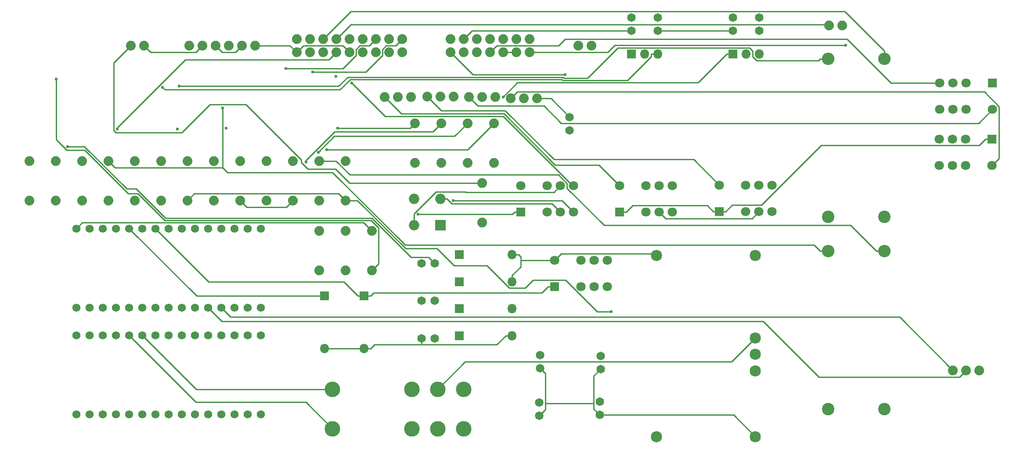
<source format=gbr>
G04 #@! TF.FileFunction,Copper,L3,Inr,Signal*
%FSLAX46Y46*%
G04 Gerber Fmt 4.6, Leading zero omitted, Abs format (unit mm)*
G04 Created by KiCad (PCBNEW 4.0.6) date 03/02/20 07:40:08*
%MOMM*%
%LPD*%
G01*
G04 APERTURE LIST*
%ADD10C,0.100000*%
%ADD11C,1.651000*%
%ADD12R,1.800000X1.800000*%
%ADD13O,1.800000X1.800000*%
%ADD14C,1.800000*%
%ADD15C,3.000000*%
%ADD16C,1.879600*%
%ADD17C,1.574800*%
%ADD18C,2.159000*%
%ADD19C,2.400000*%
%ADD20O,2.400000X2.400000*%
%ADD21O,2.000000X2.000000*%
%ADD22R,2.000000X2.000000*%
%ADD23C,0.600000*%
%ADD24C,0.250000*%
G04 APERTURE END LIST*
D10*
D11*
X107955000Y-86847300D03*
X105415000Y-86847300D03*
X107955000Y-94086300D03*
X105415000Y-94086300D03*
X107955000Y-101325000D03*
X105415000Y-101325000D03*
X150940000Y-41973500D03*
X150940000Y-39433500D03*
X145860000Y-41973500D03*
X145860000Y-39433500D03*
X165481000Y-41973500D03*
X165481000Y-39433500D03*
X170561000Y-41973500D03*
X170561000Y-39433500D03*
D12*
X86741000Y-93154500D03*
D13*
X86741000Y-103314500D03*
D12*
X94361000Y-93154500D03*
D13*
X94361000Y-103314500D03*
D14*
X124587000Y-71882000D03*
X129667000Y-71882000D03*
X132207000Y-71882000D03*
X134747000Y-71882000D03*
X134747000Y-76962000D03*
X132207000Y-76962000D03*
X129667000Y-76962000D03*
D12*
X124587000Y-76962000D03*
D14*
X131064000Y-86233000D03*
X136144000Y-86233000D03*
X138684000Y-86233000D03*
X141224000Y-86233000D03*
X141224000Y-91313000D03*
X138684000Y-91313000D03*
X136144000Y-91313000D03*
D12*
X131064000Y-91313000D03*
D15*
X88248500Y-111125000D03*
X88248500Y-118745000D03*
X108568500Y-111125000D03*
X113568500Y-118745000D03*
X103568500Y-118745000D03*
X103568500Y-111125000D03*
X108568500Y-118745000D03*
X113568500Y-111125000D03*
D16*
X98298000Y-54800500D03*
X100838000Y-54800500D03*
X103378000Y-54800500D03*
X106490000Y-54673500D03*
X109030000Y-54673500D03*
X111570000Y-54673500D03*
X114554000Y-54800500D03*
X117094000Y-54800500D03*
X119634000Y-54800500D03*
X122618000Y-55054500D03*
X125158000Y-55054500D03*
X127698000Y-55054500D03*
X34861500Y-74706600D03*
X34861500Y-67086600D03*
X39941500Y-74706600D03*
X39941500Y-67086600D03*
X45021500Y-74706600D03*
X45021500Y-67086600D03*
X50101500Y-74706600D03*
X50101500Y-67086600D03*
X55181500Y-74706600D03*
X55181500Y-67086600D03*
X60261500Y-74706600D03*
X60261500Y-67086600D03*
X104140000Y-67437000D03*
X104140000Y-59817000D03*
X109220000Y-67437000D03*
X109220000Y-59817000D03*
X114300000Y-67437000D03*
X114300000Y-59817000D03*
X119380000Y-67437000D03*
X119380000Y-59817000D03*
X65341500Y-74706600D03*
X65341500Y-67086600D03*
X70421500Y-74706600D03*
X70421500Y-67086600D03*
X75501500Y-74706600D03*
X75501500Y-67086600D03*
X80581500Y-74706600D03*
X80581500Y-67086600D03*
X85661500Y-74706600D03*
X85661500Y-67086600D03*
X90741500Y-74706600D03*
X90741500Y-67086600D03*
X85661500Y-88201500D03*
X85661500Y-80581500D03*
X90741500Y-88201500D03*
X90741500Y-80581500D03*
X95821500Y-88201500D03*
X95821500Y-80581500D03*
X117069000Y-78943200D03*
X117069000Y-71323200D03*
D17*
X74422000Y-95377000D03*
X74422000Y-80137000D03*
X71882000Y-95377000D03*
X71882000Y-80137000D03*
X69342000Y-95377000D03*
X69342000Y-80137000D03*
X66802000Y-95377000D03*
X66802000Y-80137000D03*
X64262000Y-95377000D03*
X64262000Y-80137000D03*
X61722000Y-95377000D03*
X61722000Y-80137000D03*
X59182000Y-95377000D03*
X59182000Y-80137000D03*
X56642000Y-95377000D03*
X56642000Y-80137000D03*
X54102000Y-95377000D03*
X54102000Y-80137000D03*
X51562000Y-95377000D03*
X51562000Y-80137000D03*
X49022000Y-95377000D03*
X49022000Y-80137000D03*
X46482000Y-95377000D03*
X46482000Y-80137000D03*
X43942000Y-95377000D03*
X43942000Y-80137000D03*
X41402000Y-95377000D03*
X41402000Y-80137000D03*
X38862000Y-95377000D03*
X38862000Y-80137000D03*
X74422000Y-115951000D03*
X74422000Y-100711000D03*
X71882000Y-115951000D03*
X71882000Y-100711000D03*
X69342000Y-115951000D03*
X69342000Y-100711000D03*
X66802000Y-115951000D03*
X66802000Y-100711000D03*
X64262000Y-115951000D03*
X64262000Y-100711000D03*
X61722000Y-115951000D03*
X61722000Y-100711000D03*
X59182000Y-115951000D03*
X59182000Y-100711000D03*
X56642000Y-115951000D03*
X56642000Y-100711000D03*
X54102000Y-115951000D03*
X54102000Y-100711000D03*
X51562000Y-115951000D03*
X51562000Y-100711000D03*
X49022000Y-115951000D03*
X49022000Y-100711000D03*
X46482000Y-115951000D03*
X46482000Y-100711000D03*
X43942000Y-115951000D03*
X43942000Y-100711000D03*
X41402000Y-115951000D03*
X41402000Y-100711000D03*
X38862000Y-115951000D03*
X38862000Y-100711000D03*
D12*
X145860000Y-46482000D03*
D13*
X148400000Y-46482000D03*
X150940000Y-46482000D03*
D12*
X165481000Y-46482000D03*
D13*
X168021000Y-46482000D03*
X170561000Y-46482000D03*
D18*
X150749000Y-120269000D03*
X169799000Y-120269000D03*
X169799000Y-107569000D03*
X169799000Y-104394000D03*
X169799000Y-101219000D03*
X169799000Y-85344000D03*
X150749000Y-85344000D03*
D16*
X60642500Y-44831000D03*
X63182500Y-44831000D03*
X65722500Y-44831000D03*
X68262500Y-44831000D03*
X70802500Y-44831000D03*
X73342500Y-44831000D03*
X81343500Y-46164500D03*
X81343500Y-43624500D03*
X83883500Y-46164500D03*
X83883500Y-43624500D03*
X86423500Y-46164500D03*
X86423500Y-43624500D03*
X88963500Y-46164500D03*
X88963500Y-43624500D03*
X91503500Y-46164500D03*
X91503500Y-43624500D03*
X94043500Y-46164500D03*
X94043500Y-43624500D03*
X96583500Y-46164500D03*
X96583500Y-43624500D03*
X99123500Y-46164500D03*
X99123500Y-43624500D03*
X101663500Y-46164500D03*
X101663500Y-43624500D03*
X110998000Y-46164500D03*
X110998000Y-43624500D03*
X113538000Y-46164500D03*
X113538000Y-43624500D03*
X116078000Y-46164500D03*
X116078000Y-43624500D03*
X118618000Y-46164500D03*
X118618000Y-43624500D03*
X121158000Y-46164500D03*
X121158000Y-43624500D03*
X123698000Y-46164500D03*
X123698000Y-43624500D03*
X126238000Y-46164500D03*
X126238000Y-43624500D03*
D11*
X139776000Y-116103000D03*
X139776000Y-113563000D03*
X128270000Y-107061000D03*
X128270000Y-104521000D03*
X139929000Y-107239000D03*
X139929000Y-104699000D03*
X128143000Y-116230000D03*
X128143000Y-113690000D03*
X133985000Y-61214000D03*
X133985000Y-58674000D03*
D19*
X183832000Y-77914500D03*
D20*
X183832000Y-47434500D03*
D19*
X183832000Y-114998000D03*
D20*
X183832000Y-84518000D03*
D19*
X194628000Y-77851000D03*
D20*
X194628000Y-47371000D03*
D19*
X194691000Y-114998000D03*
D20*
X194691000Y-84518000D03*
D21*
X103955000Y-79481300D03*
X109035000Y-74401300D03*
X103955000Y-74401300D03*
D22*
X109035000Y-79481300D03*
D16*
X29781500Y-74706600D03*
X29781500Y-67086600D03*
X138176000Y-44894500D03*
X135636000Y-44894500D03*
X49403000Y-44894500D03*
X51943000Y-44894500D03*
D12*
X112740000Y-85191600D03*
D13*
X122900000Y-85191600D03*
D12*
X112740000Y-90388400D03*
D13*
X122900000Y-90388400D03*
D12*
X112740000Y-95585300D03*
D13*
X122900000Y-95585300D03*
D12*
X112740000Y-100782000D03*
D13*
X122900000Y-100782000D03*
D16*
X207889000Y-107483000D03*
X210429000Y-107483000D03*
X212969000Y-107483000D03*
X186538000Y-40970200D03*
X183998000Y-40970200D03*
D14*
X143637000Y-71882000D03*
X148717000Y-71882000D03*
X151257000Y-71882000D03*
X153797000Y-71882000D03*
X153797000Y-76962000D03*
X151257000Y-76962000D03*
X148717000Y-76962000D03*
D12*
X143637000Y-76962000D03*
D14*
X162865000Y-71755000D03*
X167945000Y-71755000D03*
X170485000Y-71755000D03*
X173025000Y-71755000D03*
X173025000Y-76835000D03*
X170485000Y-76835000D03*
X167945000Y-76835000D03*
D12*
X162865000Y-76835000D03*
D14*
X215519000Y-57150000D03*
X210439000Y-57150000D03*
X207899000Y-57150000D03*
X205359000Y-57150000D03*
X205359000Y-52070000D03*
X207899000Y-52070000D03*
X210439000Y-52070000D03*
D12*
X215519000Y-52070000D03*
D14*
X215392000Y-67945000D03*
X210312000Y-67945000D03*
X207772000Y-67945000D03*
X205232000Y-67945000D03*
X205232000Y-62865000D03*
X207772000Y-62865000D03*
X210312000Y-62865000D03*
D12*
X215392000Y-62865000D03*
D23*
X37202900Y-64309100D03*
X141958100Y-96194000D03*
X55446400Y-52874600D03*
X121140700Y-54735600D03*
X104735500Y-77397200D03*
X46774400Y-60952400D03*
X58357600Y-60975900D03*
X58706500Y-52676500D03*
X79299300Y-49225100D03*
X67707100Y-60817300D03*
X67062100Y-56887700D03*
X111519200Y-74716700D03*
X91977800Y-52036600D03*
X84465000Y-49910200D03*
X88946800Y-50821000D03*
X89264500Y-60738400D03*
X83120600Y-67323300D03*
X85501900Y-65447500D03*
X87100000Y-64891500D03*
X34988500Y-51332200D03*
X133074700Y-50466400D03*
X187173200Y-44806200D03*
D24*
X106791600Y-85683900D02*
X107955000Y-86847300D01*
X103392900Y-85683900D02*
X106791600Y-85683900D01*
X95829200Y-78120200D02*
X103392900Y-85683900D01*
X56051000Y-78120200D02*
X95829200Y-78120200D01*
X50418800Y-72488000D02*
X56051000Y-78120200D01*
X48587200Y-72488000D02*
X50418800Y-72488000D01*
X40408300Y-64309100D02*
X48587200Y-72488000D01*
X37202900Y-64309100D02*
X40408300Y-64309100D01*
X61555200Y-73412900D02*
X60261500Y-74706600D01*
X89447800Y-73412900D02*
X61555200Y-73412900D01*
X90741500Y-74706600D02*
X89447800Y-73412900D01*
X93052600Y-74706600D02*
X90741500Y-74706600D01*
X102347900Y-84001900D02*
X93052600Y-74706600D01*
X108344700Y-84001900D02*
X102347900Y-84001900D01*
X111646600Y-87303800D02*
X108344700Y-84001900D01*
X118031400Y-87303800D02*
X111646600Y-87303800D01*
X122341600Y-91614000D02*
X118031400Y-87303800D01*
X125432700Y-91614000D02*
X122341600Y-91614000D01*
X126959100Y-90087600D02*
X125432700Y-91614000D01*
X133161300Y-90087600D02*
X126959100Y-90087600D01*
X139267700Y-96194000D02*
X133161300Y-90087600D01*
X141958100Y-96194000D02*
X139267700Y-96194000D01*
X165481000Y-41973500D02*
X150940000Y-41973500D01*
X150940000Y-46482000D02*
X149714700Y-46482000D01*
X149714700Y-46941500D02*
X149714700Y-46482000D01*
X145114200Y-51542000D02*
X149714700Y-46941500D01*
X132629100Y-51542000D02*
X145114200Y-51542000D01*
X132474900Y-51387800D02*
X132629100Y-51542000D01*
X91681700Y-51387800D02*
X132474900Y-51387800D01*
X89707600Y-53361900D02*
X91681700Y-51387800D01*
X55933700Y-53361900D02*
X89707600Y-53361900D01*
X55446400Y-52874600D02*
X55933700Y-53361900D01*
X212941400Y-64090300D02*
X214166700Y-62865000D01*
X182494100Y-64090300D02*
X212941400Y-64090300D01*
X170974700Y-75609700D02*
X182494100Y-64090300D01*
X165315600Y-75609700D02*
X170974700Y-75609700D01*
X164090300Y-76835000D02*
X165315600Y-75609700D01*
X162865000Y-76835000D02*
X164090300Y-76835000D01*
X215392000Y-62865000D02*
X214166700Y-62865000D01*
X160508600Y-75703900D02*
X161639700Y-76835000D01*
X146120400Y-75703900D02*
X160508600Y-75703900D01*
X144862300Y-76962000D02*
X146120400Y-75703900D01*
X143637000Y-76962000D02*
X144862300Y-76962000D01*
X162865000Y-76835000D02*
X161639700Y-76835000D01*
X115189000Y-41973500D02*
X145860000Y-41973500D01*
X113538000Y-43624500D02*
X115189000Y-41973500D01*
X165481000Y-46482000D02*
X164255700Y-46482000D01*
X158745400Y-51992300D02*
X164255700Y-46482000D01*
X123884000Y-51992300D02*
X158745400Y-51992300D01*
X121140700Y-54735600D02*
X123884000Y-51992300D01*
X123698000Y-46164500D02*
X121158000Y-46164500D01*
X165633000Y-116103000D02*
X139776000Y-116103000D01*
X169799000Y-120269000D02*
X165633000Y-116103000D01*
X66996600Y-46105100D02*
X65722500Y-44831000D01*
X69528400Y-46105100D02*
X66996600Y-46105100D01*
X70802500Y-44831000D02*
X69528400Y-46105100D01*
X129293900Y-115079100D02*
X129293900Y-113848200D01*
X128143000Y-116230000D02*
X129293900Y-115079100D01*
X129293900Y-108084900D02*
X128270000Y-107061000D01*
X129293900Y-113848200D02*
X129293900Y-108084900D01*
X138625100Y-113848200D02*
X129293900Y-113848200D01*
X138625100Y-108542900D02*
X138625100Y-113848200D01*
X139929000Y-107239000D02*
X138625100Y-108542900D01*
X138625100Y-114952100D02*
X139776000Y-116103000D01*
X138625100Y-113848200D02*
X138625100Y-114952100D01*
X113843100Y-105850400D02*
X108568500Y-111125000D01*
X165167600Y-105850400D02*
X113843100Y-105850400D01*
X169799000Y-101219000D02*
X165167600Y-105850400D01*
X109035000Y-74401300D02*
X110360300Y-74401300D01*
X130594900Y-75349900D02*
X132207000Y-76962000D01*
X111268100Y-75349900D02*
X130594900Y-75349900D01*
X110360300Y-74442100D02*
X111268100Y-75349900D01*
X110360300Y-74401300D02*
X110360300Y-74442100D01*
X103955000Y-77293400D02*
X103955000Y-79481300D01*
X108179400Y-73069000D02*
X103955000Y-77293400D01*
X113925800Y-73069000D02*
X108179400Y-73069000D01*
X113984800Y-73128000D02*
X113925800Y-73069000D01*
X130961000Y-73128000D02*
X113984800Y-73128000D01*
X132207000Y-71882000D02*
X130961000Y-73128000D01*
X91780000Y-38268000D02*
X86423500Y-43624500D01*
X187050300Y-38268000D02*
X91780000Y-38268000D01*
X194628000Y-45845700D02*
X187050300Y-38268000D01*
X194628000Y-47371000D02*
X194628000Y-45845700D01*
X91780100Y-40807900D02*
X88963500Y-43624500D01*
X183835700Y-40807900D02*
X91780100Y-40807900D01*
X183998000Y-40970200D02*
X183835700Y-40807900D01*
X122926500Y-77397200D02*
X123361700Y-76962000D01*
X104735500Y-77397200D02*
X122926500Y-77397200D01*
X124587000Y-76962000D02*
X123361700Y-76962000D01*
X62039500Y-93154500D02*
X86741000Y-93154500D01*
X49022000Y-80137000D02*
X62039500Y-93154500D01*
X94361000Y-93154500D02*
X93135700Y-93154500D01*
X96202500Y-92538300D02*
X95586300Y-93154500D01*
X128613400Y-92538300D02*
X96202500Y-92538300D01*
X129838700Y-91313000D02*
X128613400Y-92538300D01*
X131064000Y-91313000D02*
X129838700Y-91313000D01*
X94361000Y-93154500D02*
X95586300Y-93154500D01*
X64393000Y-90428000D02*
X54102000Y-80137000D01*
X90409200Y-90428000D02*
X64393000Y-90428000D01*
X93135700Y-93154500D02*
X90409200Y-90428000D01*
X46774400Y-60654100D02*
X46774400Y-60952400D01*
X59866800Y-47561700D02*
X46774400Y-60654100D01*
X87566300Y-47561700D02*
X59866800Y-47561700D01*
X88963500Y-46164500D02*
X87566300Y-47561700D01*
X88952300Y-67086600D02*
X85661500Y-67086600D01*
X91637300Y-69771600D02*
X88952300Y-67086600D01*
X131837400Y-69771600D02*
X91637300Y-69771600D01*
X133477000Y-71411200D02*
X131837400Y-69771600D01*
X133477000Y-72356900D02*
X133477000Y-71411200D01*
X140599900Y-79479800D02*
X133477000Y-72356900D01*
X188127500Y-79479800D02*
X140599900Y-79479800D01*
X193165700Y-84518000D02*
X188127500Y-79479800D01*
X194691000Y-84518000D02*
X193165700Y-84518000D01*
X183832000Y-47434500D02*
X182306700Y-47434500D01*
X181987200Y-47754000D02*
X182306700Y-47434500D01*
X170039100Y-47754000D02*
X181987200Y-47754000D01*
X169291000Y-47005900D02*
X170039100Y-47754000D01*
X169291000Y-45912500D02*
X169291000Y-47005900D01*
X168635100Y-45256600D02*
X169291000Y-45912500D01*
X143297900Y-45256600D02*
X168635100Y-45256600D01*
X137462800Y-51091700D02*
X143297900Y-45256600D01*
X132815700Y-51091700D02*
X137462800Y-51091700D01*
X132661500Y-50937500D02*
X132815700Y-51091700D01*
X91176800Y-50937500D02*
X132661500Y-50937500D01*
X89437800Y-52676500D02*
X91176800Y-50937500D01*
X58706500Y-52676500D02*
X89437800Y-52676500D01*
X90298000Y-49225100D02*
X79299300Y-49225100D01*
X92773500Y-46749600D02*
X90298000Y-49225100D01*
X92773500Y-45616000D02*
X92773500Y-46749600D01*
X93490200Y-44899300D02*
X92773500Y-45616000D01*
X95308700Y-44899300D02*
X93490200Y-44899300D01*
X96583500Y-43624500D02*
X95308700Y-44899300D01*
X183832000Y-84518000D02*
X182306700Y-84518000D01*
X46326300Y-68391400D02*
X45021500Y-67086600D01*
X67062100Y-68391400D02*
X46326300Y-68391400D01*
X67062100Y-68391400D02*
X67062100Y-56887700D01*
X181090800Y-83302100D02*
X182306700Y-84518000D01*
X102285000Y-83302100D02*
X181090800Y-83302100D01*
X88274900Y-69292000D02*
X102285000Y-83302100D01*
X67962700Y-69292000D02*
X88274900Y-69292000D01*
X67062100Y-68391400D02*
X67962700Y-69292000D01*
X132501700Y-74716700D02*
X134747000Y-76962000D01*
X111519200Y-74716700D02*
X132501700Y-74716700D01*
X134584700Y-71882000D02*
X134747000Y-71882000D01*
X121168800Y-58466100D02*
X134584700Y-71882000D01*
X98407300Y-58466100D02*
X121168800Y-58466100D01*
X91977800Y-52036600D02*
X98407300Y-58466100D01*
X94692900Y-49910200D02*
X84465000Y-49910200D01*
X97853500Y-46749600D02*
X94692900Y-49910200D01*
X97853500Y-45616000D02*
X97853500Y-46749600D01*
X98570200Y-44899300D02*
X97853500Y-45616000D01*
X100388700Y-44899300D02*
X98570200Y-44899300D01*
X101663500Y-43624500D02*
X100388700Y-44899300D01*
X103218600Y-60738400D02*
X104140000Y-59817000D01*
X89264500Y-60738400D02*
X103218600Y-60738400D01*
X107601300Y-61435700D02*
X109220000Y-59817000D01*
X88623000Y-61435700D02*
X107601300Y-61435700D01*
X83120600Y-66938100D02*
X88623000Y-61435700D01*
X83120600Y-67323300D02*
X83120600Y-66938100D01*
X111777900Y-62339100D02*
X114300000Y-59817000D01*
X88610300Y-62339100D02*
X111777900Y-62339100D01*
X85501900Y-65447500D02*
X88610300Y-62339100D01*
X114305500Y-64891500D02*
X87100000Y-64891500D01*
X119380000Y-59817000D02*
X114305500Y-64891500D01*
X94260900Y-79020900D02*
X95821500Y-80581500D01*
X39978100Y-79020900D02*
X94260900Y-79020900D01*
X38862000Y-80137000D02*
X39978100Y-79020900D01*
X61976000Y-111125000D02*
X51562000Y-100711000D01*
X88248500Y-111125000D02*
X61976000Y-111125000D01*
X83116800Y-113613300D02*
X88248500Y-118745000D01*
X61924300Y-113613300D02*
X83116800Y-113613300D01*
X49022000Y-100711000D02*
X61924300Y-113613300D01*
X34988500Y-62988500D02*
X34988500Y-51332200D01*
X37049800Y-65049800D02*
X34988500Y-62988500D01*
X40512100Y-65049800D02*
X37049800Y-65049800D01*
X48867300Y-73405000D02*
X40512100Y-65049800D01*
X50697400Y-73405000D02*
X48867300Y-73405000D01*
X55862900Y-78570500D02*
X50697400Y-73405000D01*
X95642600Y-78570500D02*
X55862900Y-78570500D01*
X97101700Y-80029600D02*
X95642600Y-78570500D01*
X97101700Y-86921300D02*
X97101700Y-80029600D01*
X95821500Y-88201500D02*
X97101700Y-86921300D01*
X91522200Y-71323200D02*
X117069000Y-71323200D01*
X88815600Y-68616600D02*
X91522200Y-71323200D01*
X83462700Y-68616600D02*
X88815600Y-68616600D01*
X82185100Y-67339000D02*
X83462700Y-68616600D01*
X82185100Y-66873900D02*
X82185100Y-67339000D01*
X71521300Y-56210100D02*
X82185100Y-66873900D01*
X64604800Y-56210100D02*
X71521300Y-56210100D01*
X59190900Y-61624000D02*
X64604800Y-56210100D01*
X46500400Y-61624000D02*
X59190900Y-61624000D01*
X46108400Y-61232000D02*
X46500400Y-61624000D01*
X46108400Y-48189100D02*
X46108400Y-61232000D01*
X49403000Y-44894500D02*
X46108400Y-48189100D01*
X152482300Y-78187300D02*
X151257000Y-76962000D01*
X169132700Y-78187300D02*
X152482300Y-78187300D01*
X170485000Y-76835000D02*
X169132700Y-78187300D01*
X122900000Y-85191600D02*
X124125300Y-85191600D01*
X86741000Y-103314500D02*
X94361000Y-103314500D01*
X71692600Y-75977700D02*
X70421500Y-74706600D01*
X79310400Y-75977700D02*
X71692600Y-75977700D01*
X80581500Y-74706600D02*
X79310400Y-75977700D01*
X122900000Y-90388400D02*
X122900000Y-89163100D01*
X130365500Y-55054500D02*
X127698000Y-55054500D01*
X133985000Y-58674000D02*
X130365500Y-55054500D01*
X124526200Y-86233000D02*
X131064000Y-86233000D01*
X124526200Y-87536900D02*
X124526200Y-86233000D01*
X122900000Y-89163100D02*
X124526200Y-87536900D01*
X124526200Y-85592500D02*
X124125300Y-85191600D01*
X124526200Y-86233000D02*
X124526200Y-85592500D01*
X132305100Y-84991900D02*
X131064000Y-86233000D01*
X150396900Y-84991900D02*
X132305100Y-84991900D01*
X150749000Y-85344000D02*
X150396900Y-84991900D01*
X53145800Y-46097300D02*
X51943000Y-44894500D01*
X61916200Y-46097300D02*
X53145800Y-46097300D01*
X63182500Y-44831000D02*
X61916200Y-46097300D01*
X119931200Y-102525500D02*
X105415000Y-102525500D01*
X121674700Y-100782000D02*
X119931200Y-102525500D01*
X96375300Y-102525500D02*
X105415000Y-102525500D01*
X95586300Y-103314500D02*
X96375300Y-102525500D01*
X105415000Y-102525500D02*
X105415000Y-101325000D01*
X94361000Y-103314500D02*
X95586300Y-103314500D01*
X122900000Y-100782000D02*
X121674700Y-100782000D01*
X82613500Y-44894500D02*
X81343500Y-46164500D01*
X90233500Y-44894500D02*
X82613500Y-44894500D01*
X91503500Y-46164500D02*
X90233500Y-44894500D01*
X80010000Y-44831000D02*
X73342500Y-44831000D01*
X81343500Y-46164500D02*
X80010000Y-44831000D01*
X139603900Y-67848900D02*
X143637000Y-71882000D01*
X131188500Y-67848900D02*
X139603900Y-67848900D01*
X121355400Y-58015800D02*
X131188500Y-67848900D01*
X101513300Y-58015800D02*
X121355400Y-58015800D01*
X98298000Y-54800500D02*
X101513300Y-58015800D01*
X157937400Y-66827400D02*
X162865000Y-71755000D01*
X130963100Y-66827400D02*
X157937400Y-66827400D01*
X121508800Y-57373100D02*
X130963100Y-66827400D01*
X109189600Y-57373100D02*
X121508800Y-57373100D01*
X106490000Y-54673500D02*
X109189600Y-57373100D01*
X212834200Y-59834800D02*
X215519000Y-57150000D01*
X132382400Y-59834800D02*
X212834200Y-59834800D01*
X129009500Y-56461900D02*
X132382400Y-59834800D01*
X116215400Y-56461900D02*
X129009500Y-56461900D01*
X114554000Y-54800500D02*
X116215400Y-56461900D01*
X216754800Y-66582200D02*
X215392000Y-67945000D01*
X216754800Y-56606800D02*
X216754800Y-66582200D01*
X213936400Y-53788400D02*
X216754800Y-56606800D01*
X123884100Y-53788400D02*
X213936400Y-53788400D01*
X122618000Y-55054500D02*
X123884100Y-53788400D01*
X66929000Y-98044000D02*
X64262000Y-95377000D01*
X171271200Y-98044000D02*
X66929000Y-98044000D01*
X182002500Y-108775300D02*
X171271200Y-98044000D01*
X209136700Y-108775300D02*
X182002500Y-108775300D01*
X210429000Y-107483000D02*
X209136700Y-108775300D01*
X68626000Y-97201000D02*
X66802000Y-95377000D01*
X197607000Y-97201000D02*
X68626000Y-97201000D01*
X207889000Y-107483000D02*
X197607000Y-97201000D01*
X115299900Y-50466400D02*
X133074700Y-50466400D01*
X110998000Y-46164500D02*
X115299900Y-50466400D01*
X195960100Y-52070000D02*
X205359000Y-52070000D01*
X187500800Y-43610700D02*
X195960100Y-52070000D01*
X133129400Y-43610700D02*
X187500800Y-43610700D01*
X131845600Y-44894500D02*
X133129400Y-43610700D01*
X119888000Y-44894500D02*
X131845600Y-44894500D01*
X118618000Y-46164500D02*
X119888000Y-44894500D01*
X142635300Y-44806200D02*
X187173200Y-44806200D01*
X141277000Y-46164500D02*
X142635300Y-44806200D01*
X126238000Y-46164500D02*
X141277000Y-46164500D01*
M02*

</source>
